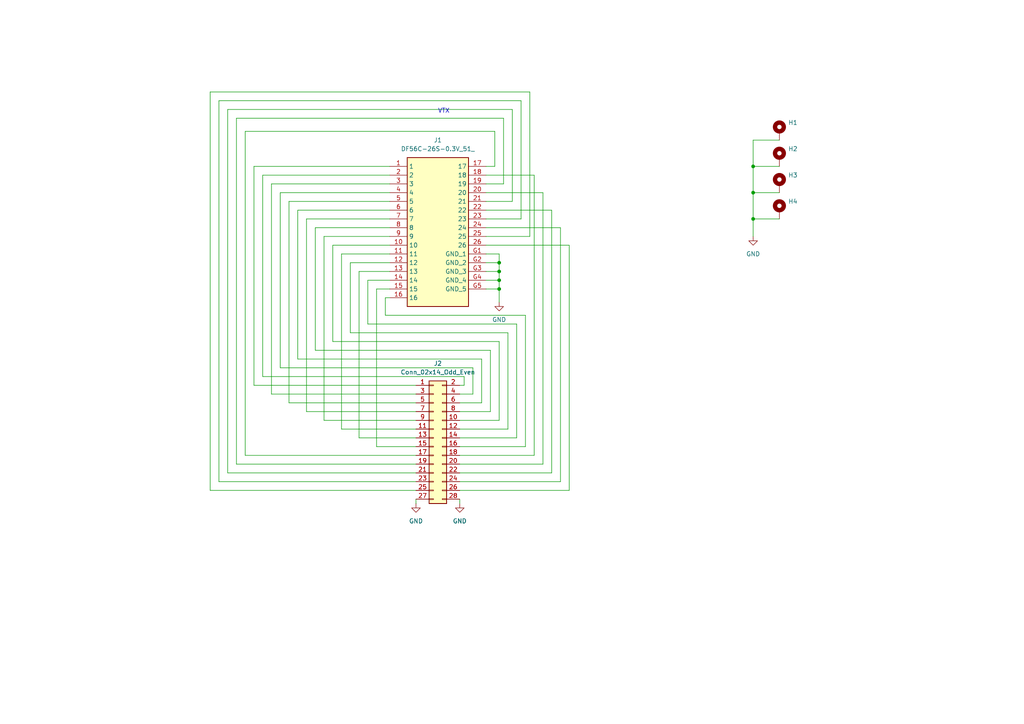
<source format=kicad_sch>
(kicad_sch (version 20230121) (generator eeschema)

  (uuid 79d8969d-db35-413a-942a-b2e023816323)

  (paper "A4")

  (lib_symbols
    (symbol "Connector_Generic:Conn_02x14_Odd_Even" (pin_names (offset 1.016) hide) (in_bom yes) (on_board yes)
      (property "Reference" "J" (at 1.27 17.78 0)
        (effects (font (size 1.27 1.27)))
      )
      (property "Value" "Conn_02x14_Odd_Even" (at 1.27 -20.32 0)
        (effects (font (size 1.27 1.27)))
      )
      (property "Footprint" "" (at 0 0 0)
        (effects (font (size 1.27 1.27)) hide)
      )
      (property "Datasheet" "~" (at 0 0 0)
        (effects (font (size 1.27 1.27)) hide)
      )
      (property "ki_keywords" "connector" (at 0 0 0)
        (effects (font (size 1.27 1.27)) hide)
      )
      (property "ki_description" "Generic connector, double row, 02x14, odd/even pin numbering scheme (row 1 odd numbers, row 2 even numbers), script generated (kicad-library-utils/schlib/autogen/connector/)" (at 0 0 0)
        (effects (font (size 1.27 1.27)) hide)
      )
      (property "ki_fp_filters" "Connector*:*_2x??_*" (at 0 0 0)
        (effects (font (size 1.27 1.27)) hide)
      )
      (symbol "Conn_02x14_Odd_Even_1_1"
        (rectangle (start -1.27 -17.653) (end 0 -17.907)
          (stroke (width 0.1524) (type default))
          (fill (type none))
        )
        (rectangle (start -1.27 -15.113) (end 0 -15.367)
          (stroke (width 0.1524) (type default))
          (fill (type none))
        )
        (rectangle (start -1.27 -12.573) (end 0 -12.827)
          (stroke (width 0.1524) (type default))
          (fill (type none))
        )
        (rectangle (start -1.27 -10.033) (end 0 -10.287)
          (stroke (width 0.1524) (type default))
          (fill (type none))
        )
        (rectangle (start -1.27 -7.493) (end 0 -7.747)
          (stroke (width 0.1524) (type default))
          (fill (type none))
        )
        (rectangle (start -1.27 -4.953) (end 0 -5.207)
          (stroke (width 0.1524) (type default))
          (fill (type none))
        )
        (rectangle (start -1.27 -2.413) (end 0 -2.667)
          (stroke (width 0.1524) (type default))
          (fill (type none))
        )
        (rectangle (start -1.27 0.127) (end 0 -0.127)
          (stroke (width 0.1524) (type default))
          (fill (type none))
        )
        (rectangle (start -1.27 2.667) (end 0 2.413)
          (stroke (width 0.1524) (type default))
          (fill (type none))
        )
        (rectangle (start -1.27 5.207) (end 0 4.953)
          (stroke (width 0.1524) (type default))
          (fill (type none))
        )
        (rectangle (start -1.27 7.747) (end 0 7.493)
          (stroke (width 0.1524) (type default))
          (fill (type none))
        )
        (rectangle (start -1.27 10.287) (end 0 10.033)
          (stroke (width 0.1524) (type default))
          (fill (type none))
        )
        (rectangle (start -1.27 12.827) (end 0 12.573)
          (stroke (width 0.1524) (type default))
          (fill (type none))
        )
        (rectangle (start -1.27 15.367) (end 0 15.113)
          (stroke (width 0.1524) (type default))
          (fill (type none))
        )
        (rectangle (start -1.27 16.51) (end 3.81 -19.05)
          (stroke (width 0.254) (type default))
          (fill (type background))
        )
        (rectangle (start 3.81 -17.653) (end 2.54 -17.907)
          (stroke (width 0.1524) (type default))
          (fill (type none))
        )
        (rectangle (start 3.81 -15.113) (end 2.54 -15.367)
          (stroke (width 0.1524) (type default))
          (fill (type none))
        )
        (rectangle (start 3.81 -12.573) (end 2.54 -12.827)
          (stroke (width 0.1524) (type default))
          (fill (type none))
        )
        (rectangle (start 3.81 -10.033) (end 2.54 -10.287)
          (stroke (width 0.1524) (type default))
          (fill (type none))
        )
        (rectangle (start 3.81 -7.493) (end 2.54 -7.747)
          (stroke (width 0.1524) (type default))
          (fill (type none))
        )
        (rectangle (start 3.81 -4.953) (end 2.54 -5.207)
          (stroke (width 0.1524) (type default))
          (fill (type none))
        )
        (rectangle (start 3.81 -2.413) (end 2.54 -2.667)
          (stroke (width 0.1524) (type default))
          (fill (type none))
        )
        (rectangle (start 3.81 0.127) (end 2.54 -0.127)
          (stroke (width 0.1524) (type default))
          (fill (type none))
        )
        (rectangle (start 3.81 2.667) (end 2.54 2.413)
          (stroke (width 0.1524) (type default))
          (fill (type none))
        )
        (rectangle (start 3.81 5.207) (end 2.54 4.953)
          (stroke (width 0.1524) (type default))
          (fill (type none))
        )
        (rectangle (start 3.81 7.747) (end 2.54 7.493)
          (stroke (width 0.1524) (type default))
          (fill (type none))
        )
        (rectangle (start 3.81 10.287) (end 2.54 10.033)
          (stroke (width 0.1524) (type default))
          (fill (type none))
        )
        (rectangle (start 3.81 12.827) (end 2.54 12.573)
          (stroke (width 0.1524) (type default))
          (fill (type none))
        )
        (rectangle (start 3.81 15.367) (end 2.54 15.113)
          (stroke (width 0.1524) (type default))
          (fill (type none))
        )
        (pin passive line (at -5.08 15.24 0) (length 3.81)
          (name "Pin_1" (effects (font (size 1.27 1.27))))
          (number "1" (effects (font (size 1.27 1.27))))
        )
        (pin passive line (at 7.62 5.08 180) (length 3.81)
          (name "Pin_10" (effects (font (size 1.27 1.27))))
          (number "10" (effects (font (size 1.27 1.27))))
        )
        (pin passive line (at -5.08 2.54 0) (length 3.81)
          (name "Pin_11" (effects (font (size 1.27 1.27))))
          (number "11" (effects (font (size 1.27 1.27))))
        )
        (pin passive line (at 7.62 2.54 180) (length 3.81)
          (name "Pin_12" (effects (font (size 1.27 1.27))))
          (number "12" (effects (font (size 1.27 1.27))))
        )
        (pin passive line (at -5.08 0 0) (length 3.81)
          (name "Pin_13" (effects (font (size 1.27 1.27))))
          (number "13" (effects (font (size 1.27 1.27))))
        )
        (pin passive line (at 7.62 0 180) (length 3.81)
          (name "Pin_14" (effects (font (size 1.27 1.27))))
          (number "14" (effects (font (size 1.27 1.27))))
        )
        (pin passive line (at -5.08 -2.54 0) (length 3.81)
          (name "Pin_15" (effects (font (size 1.27 1.27))))
          (number "15" (effects (font (size 1.27 1.27))))
        )
        (pin passive line (at 7.62 -2.54 180) (length 3.81)
          (name "Pin_16" (effects (font (size 1.27 1.27))))
          (number "16" (effects (font (size 1.27 1.27))))
        )
        (pin passive line (at -5.08 -5.08 0) (length 3.81)
          (name "Pin_17" (effects (font (size 1.27 1.27))))
          (number "17" (effects (font (size 1.27 1.27))))
        )
        (pin passive line (at 7.62 -5.08 180) (length 3.81)
          (name "Pin_18" (effects (font (size 1.27 1.27))))
          (number "18" (effects (font (size 1.27 1.27))))
        )
        (pin passive line (at -5.08 -7.62 0) (length 3.81)
          (name "Pin_19" (effects (font (size 1.27 1.27))))
          (number "19" (effects (font (size 1.27 1.27))))
        )
        (pin passive line (at 7.62 15.24 180) (length 3.81)
          (name "Pin_2" (effects (font (size 1.27 1.27))))
          (number "2" (effects (font (size 1.27 1.27))))
        )
        (pin passive line (at 7.62 -7.62 180) (length 3.81)
          (name "Pin_20" (effects (font (size 1.27 1.27))))
          (number "20" (effects (font (size 1.27 1.27))))
        )
        (pin passive line (at -5.08 -10.16 0) (length 3.81)
          (name "Pin_21" (effects (font (size 1.27 1.27))))
          (number "21" (effects (font (size 1.27 1.27))))
        )
        (pin passive line (at 7.62 -10.16 180) (length 3.81)
          (name "Pin_22" (effects (font (size 1.27 1.27))))
          (number "22" (effects (font (size 1.27 1.27))))
        )
        (pin passive line (at -5.08 -12.7 0) (length 3.81)
          (name "Pin_23" (effects (font (size 1.27 1.27))))
          (number "23" (effects (font (size 1.27 1.27))))
        )
        (pin passive line (at 7.62 -12.7 180) (length 3.81)
          (name "Pin_24" (effects (font (size 1.27 1.27))))
          (number "24" (effects (font (size 1.27 1.27))))
        )
        (pin passive line (at -5.08 -15.24 0) (length 3.81)
          (name "Pin_25" (effects (font (size 1.27 1.27))))
          (number "25" (effects (font (size 1.27 1.27))))
        )
        (pin passive line (at 7.62 -15.24 180) (length 3.81)
          (name "Pin_26" (effects (font (size 1.27 1.27))))
          (number "26" (effects (font (size 1.27 1.27))))
        )
        (pin passive line (at -5.08 -17.78 0) (length 3.81)
          (name "Pin_27" (effects (font (size 1.27 1.27))))
          (number "27" (effects (font (size 1.27 1.27))))
        )
        (pin passive line (at 7.62 -17.78 180) (length 3.81)
          (name "Pin_28" (effects (font (size 1.27 1.27))))
          (number "28" (effects (font (size 1.27 1.27))))
        )
        (pin passive line (at -5.08 12.7 0) (length 3.81)
          (name "Pin_3" (effects (font (size 1.27 1.27))))
          (number "3" (effects (font (size 1.27 1.27))))
        )
        (pin passive line (at 7.62 12.7 180) (length 3.81)
          (name "Pin_4" (effects (font (size 1.27 1.27))))
          (number "4" (effects (font (size 1.27 1.27))))
        )
        (pin passive line (at -5.08 10.16 0) (length 3.81)
          (name "Pin_5" (effects (font (size 1.27 1.27))))
          (number "5" (effects (font (size 1.27 1.27))))
        )
        (pin passive line (at 7.62 10.16 180) (length 3.81)
          (name "Pin_6" (effects (font (size 1.27 1.27))))
          (number "6" (effects (font (size 1.27 1.27))))
        )
        (pin passive line (at -5.08 7.62 0) (length 3.81)
          (name "Pin_7" (effects (font (size 1.27 1.27))))
          (number "7" (effects (font (size 1.27 1.27))))
        )
        (pin passive line (at 7.62 7.62 180) (length 3.81)
          (name "Pin_8" (effects (font (size 1.27 1.27))))
          (number "8" (effects (font (size 1.27 1.27))))
        )
        (pin passive line (at -5.08 5.08 0) (length 3.81)
          (name "Pin_9" (effects (font (size 1.27 1.27))))
          (number "9" (effects (font (size 1.27 1.27))))
        )
      )
    )
    (symbol "DF56C-26S-0_3V_51_:DF56C-26S-0.3V_51_" (in_bom yes) (on_board yes)
      (property "Reference" "J" (at 24.13 7.62 0)
        (effects (font (size 1.27 1.27)) (justify left top))
      )
      (property "Value" "DF56C-26S-0.3V_51_" (at 24.13 5.08 0)
        (effects (font (size 1.27 1.27)) (justify left top))
      )
      (property "Footprint" "DF56C26S03V51" (at 24.13 -94.92 0)
        (effects (font (size 1.27 1.27)) (justify left top) hide)
      )
      (property "Datasheet" "https://www.hirose.com/product/download/?distributor=digikey&type=2d&lang=en&num=DF56C-26S-0.3V(51)" (at 24.13 -194.92 0)
        (effects (font (size 1.27 1.27)) (justify left top) hide)
      )
      (property "Height" "1.55" (at 24.13 -394.92 0)
        (effects (font (size 1.27 1.27)) (justify left top) hide)
      )
      (property "Mouser Part Number" "798-DF56C-26S-0.3V51" (at 24.13 -494.92 0)
        (effects (font (size 1.27 1.27)) (justify left top) hide)
      )
      (property "Mouser Price/Stock" "https://www.mouser.co.uk/ProductDetail/Hirose-Connector/DF56C-26S-0.3V51?qs=Gufeu08L%2Fl3QSAbzBrso4w%3D%3D" (at 24.13 -594.92 0)
        (effects (font (size 1.27 1.27)) (justify left top) hide)
      )
      (property "Manufacturer_Name" "Hirose" (at 24.13 -694.92 0)
        (effects (font (size 1.27 1.27)) (justify left top) hide)
      )
      (property "Manufacturer_Part_Number" "DF56C-26S-0.3V(51)" (at 24.13 -794.92 0)
        (effects (font (size 1.27 1.27)) (justify left top) hide)
      )
      (property "ki_description" "Headers & Wire Housings 0.3MM 26POS AU SMD CONN RCPT" (at 0 0 0)
        (effects (font (size 1.27 1.27)) hide)
      )
      (symbol "DF56C-26S-0.3V_51__1_1"
        (rectangle (start 5.08 2.54) (end 22.86 -40.64)
          (stroke (width 0.254) (type default))
          (fill (type background))
        )
        (pin passive line (at 0 0 0) (length 5.08)
          (name "1" (effects (font (size 1.27 1.27))))
          (number "1" (effects (font (size 1.27 1.27))))
        )
        (pin passive line (at 0 -22.86 0) (length 5.08)
          (name "10" (effects (font (size 1.27 1.27))))
          (number "10" (effects (font (size 1.27 1.27))))
        )
        (pin passive line (at 0 -25.4 0) (length 5.08)
          (name "11" (effects (font (size 1.27 1.27))))
          (number "11" (effects (font (size 1.27 1.27))))
        )
        (pin passive line (at 0 -27.94 0) (length 5.08)
          (name "12" (effects (font (size 1.27 1.27))))
          (number "12" (effects (font (size 1.27 1.27))))
        )
        (pin passive line (at 0 -30.48 0) (length 5.08)
          (name "13" (effects (font (size 1.27 1.27))))
          (number "13" (effects (font (size 1.27 1.27))))
        )
        (pin passive line (at 0 -33.02 0) (length 5.08)
          (name "14" (effects (font (size 1.27 1.27))))
          (number "14" (effects (font (size 1.27 1.27))))
        )
        (pin passive line (at 0 -35.56 0) (length 5.08)
          (name "15" (effects (font (size 1.27 1.27))))
          (number "15" (effects (font (size 1.27 1.27))))
        )
        (pin passive line (at 0 -38.1 0) (length 5.08)
          (name "16" (effects (font (size 1.27 1.27))))
          (number "16" (effects (font (size 1.27 1.27))))
        )
        (pin passive line (at 27.94 0 180) (length 5.08)
          (name "17" (effects (font (size 1.27 1.27))))
          (number "17" (effects (font (size 1.27 1.27))))
        )
        (pin passive line (at 27.94 -2.54 180) (length 5.08)
          (name "18" (effects (font (size 1.27 1.27))))
          (number "18" (effects (font (size 1.27 1.27))))
        )
        (pin passive line (at 27.94 -5.08 180) (length 5.08)
          (name "19" (effects (font (size 1.27 1.27))))
          (number "19" (effects (font (size 1.27 1.27))))
        )
        (pin passive line (at 0 -2.54 0) (length 5.08)
          (name "2" (effects (font (size 1.27 1.27))))
          (number "2" (effects (font (size 1.27 1.27))))
        )
        (pin passive line (at 27.94 -7.62 180) (length 5.08)
          (name "20" (effects (font (size 1.27 1.27))))
          (number "20" (effects (font (size 1.27 1.27))))
        )
        (pin passive line (at 27.94 -10.16 180) (length 5.08)
          (name "21" (effects (font (size 1.27 1.27))))
          (number "21" (effects (font (size 1.27 1.27))))
        )
        (pin passive line (at 27.94 -12.7 180) (length 5.08)
          (name "22" (effects (font (size 1.27 1.27))))
          (number "22" (effects (font (size 1.27 1.27))))
        )
        (pin passive line (at 27.94 -15.24 180) (length 5.08)
          (name "23" (effects (font (size 1.27 1.27))))
          (number "23" (effects (font (size 1.27 1.27))))
        )
        (pin passive line (at 27.94 -17.78 180) (length 5.08)
          (name "24" (effects (font (size 1.27 1.27))))
          (number "24" (effects (font (size 1.27 1.27))))
        )
        (pin passive line (at 27.94 -20.32 180) (length 5.08)
          (name "25" (effects (font (size 1.27 1.27))))
          (number "25" (effects (font (size 1.27 1.27))))
        )
        (pin passive line (at 27.94 -22.86 180) (length 5.08)
          (name "26" (effects (font (size 1.27 1.27))))
          (number "26" (effects (font (size 1.27 1.27))))
        )
        (pin passive line (at 0 -5.08 0) (length 5.08)
          (name "3" (effects (font (size 1.27 1.27))))
          (number "3" (effects (font (size 1.27 1.27))))
        )
        (pin passive line (at 0 -7.62 0) (length 5.08)
          (name "4" (effects (font (size 1.27 1.27))))
          (number "4" (effects (font (size 1.27 1.27))))
        )
        (pin passive line (at 0 -10.16 0) (length 5.08)
          (name "5" (effects (font (size 1.27 1.27))))
          (number "5" (effects (font (size 1.27 1.27))))
        )
        (pin passive line (at 0 -12.7 0) (length 5.08)
          (name "6" (effects (font (size 1.27 1.27))))
          (number "6" (effects (font (size 1.27 1.27))))
        )
        (pin passive line (at 0 -15.24 0) (length 5.08)
          (name "7" (effects (font (size 1.27 1.27))))
          (number "7" (effects (font (size 1.27 1.27))))
        )
        (pin passive line (at 0 -17.78 0) (length 5.08)
          (name "8" (effects (font (size 1.27 1.27))))
          (number "8" (effects (font (size 1.27 1.27))))
        )
        (pin passive line (at 0 -20.32 0) (length 5.08)
          (name "9" (effects (font (size 1.27 1.27))))
          (number "9" (effects (font (size 1.27 1.27))))
        )
        (pin passive line (at 27.94 -25.4 180) (length 5.08)
          (name "GND_1" (effects (font (size 1.27 1.27))))
          (number "G1" (effects (font (size 1.27 1.27))))
        )
        (pin passive line (at 27.94 -27.94 180) (length 5.08)
          (name "GND_2" (effects (font (size 1.27 1.27))))
          (number "G2" (effects (font (size 1.27 1.27))))
        )
        (pin passive line (at 27.94 -30.48 180) (length 5.08)
          (name "GND_3" (effects (font (size 1.27 1.27))))
          (number "G3" (effects (font (size 1.27 1.27))))
        )
        (pin passive line (at 27.94 -33.02 180) (length 5.08)
          (name "GND_4" (effects (font (size 1.27 1.27))))
          (number "G4" (effects (font (size 1.27 1.27))))
        )
        (pin passive line (at 27.94 -35.56 180) (length 5.08)
          (name "GND_5" (effects (font (size 1.27 1.27))))
          (number "G5" (effects (font (size 1.27 1.27))))
        )
      )
    )
    (symbol "Mechanical:MountingHole_Pad" (pin_numbers hide) (pin_names (offset 1.016) hide) (in_bom yes) (on_board yes)
      (property "Reference" "H" (at 0 6.35 0)
        (effects (font (size 1.27 1.27)))
      )
      (property "Value" "MountingHole_Pad" (at 0 4.445 0)
        (effects (font (size 1.27 1.27)))
      )
      (property "Footprint" "" (at 0 0 0)
        (effects (font (size 1.27 1.27)) hide)
      )
      (property "Datasheet" "~" (at 0 0 0)
        (effects (font (size 1.27 1.27)) hide)
      )
      (property "ki_keywords" "mounting hole" (at 0 0 0)
        (effects (font (size 1.27 1.27)) hide)
      )
      (property "ki_description" "Mounting Hole with connection" (at 0 0 0)
        (effects (font (size 1.27 1.27)) hide)
      )
      (property "ki_fp_filters" "MountingHole*Pad*" (at 0 0 0)
        (effects (font (size 1.27 1.27)) hide)
      )
      (symbol "MountingHole_Pad_0_1"
        (circle (center 0 1.27) (radius 1.27)
          (stroke (width 1.27) (type default))
          (fill (type none))
        )
      )
      (symbol "MountingHole_Pad_1_1"
        (pin input line (at 0 -2.54 90) (length 2.54)
          (name "1" (effects (font (size 1.27 1.27))))
          (number "1" (effects (font (size 1.27 1.27))))
        )
      )
    )
    (symbol "power:GND" (power) (pin_names (offset 0)) (in_bom yes) (on_board yes)
      (property "Reference" "#PWR" (at 0 -6.35 0)
        (effects (font (size 1.27 1.27)) hide)
      )
      (property "Value" "GND" (at 0 -3.81 0)
        (effects (font (size 1.27 1.27)))
      )
      (property "Footprint" "" (at 0 0 0)
        (effects (font (size 1.27 1.27)) hide)
      )
      (property "Datasheet" "" (at 0 0 0)
        (effects (font (size 1.27 1.27)) hide)
      )
      (property "ki_keywords" "global power" (at 0 0 0)
        (effects (font (size 1.27 1.27)) hide)
      )
      (property "ki_description" "Power symbol creates a global label with name \"GND\" , ground" (at 0 0 0)
        (effects (font (size 1.27 1.27)) hide)
      )
      (symbol "GND_0_1"
        (polyline
          (pts
            (xy 0 0)
            (xy 0 -1.27)
            (xy 1.27 -1.27)
            (xy 0 -2.54)
            (xy -1.27 -1.27)
            (xy 0 -1.27)
          )
          (stroke (width 0) (type default))
          (fill (type none))
        )
      )
      (symbol "GND_1_1"
        (pin power_in line (at 0 0 270) (length 0) hide
          (name "GND" (effects (font (size 1.27 1.27))))
          (number "1" (effects (font (size 1.27 1.27))))
        )
      )
    )
  )

  (junction (at 218.44 63.5) (diameter 0) (color 0 0 0 0)
    (uuid 0ee737b9-9d8a-494f-9989-79e4595c71aa)
  )
  (junction (at 218.44 48.26) (diameter 0) (color 0 0 0 0)
    (uuid 3bd8b67b-9289-4b78-8c82-6b46f07db40d)
  )
  (junction (at 144.78 81.28) (diameter 0) (color 0 0 0 0)
    (uuid 52b14573-f9e6-433e-97e7-fc3eef5056c6)
  )
  (junction (at 144.78 78.74) (diameter 0) (color 0 0 0 0)
    (uuid 5d24345d-2fe0-49bf-aaf1-e34d373402ce)
  )
  (junction (at 144.78 76.2) (diameter 0) (color 0 0 0 0)
    (uuid 7e02a784-081b-4553-9856-850fbd910128)
  )
  (junction (at 218.44 55.88) (diameter 0) (color 0 0 0 0)
    (uuid b6d289bb-96c6-4913-8229-aa0de51a2a62)
  )
  (junction (at 144.78 83.82) (diameter 0) (color 0 0 0 0)
    (uuid ccadfed9-c37c-41fa-95d7-dcaeeae75779)
  )

  (wire (pts (xy 68.58 34.29) (xy 68.58 134.62))
    (stroke (width 0) (type default))
    (uuid 00672457-6fe6-49a5-b1c2-d28511f6754d)
  )
  (wire (pts (xy 154.94 132.08) (xy 133.35 132.08))
    (stroke (width 0) (type default))
    (uuid 0075502b-0e2d-46ec-a444-e114275a4f75)
  )
  (wire (pts (xy 140.97 76.2) (xy 144.78 76.2))
    (stroke (width 0) (type default))
    (uuid 0456bc2d-17ee-4938-bb85-f3ec350c9348)
  )
  (wire (pts (xy 139.7 116.84) (xy 133.35 116.84))
    (stroke (width 0) (type default))
    (uuid 04d5c934-dd40-41ab-9edc-3f21806e2476)
  )
  (wire (pts (xy 157.48 55.88) (xy 157.48 134.62))
    (stroke (width 0) (type default))
    (uuid 082707b2-6fb0-483d-8a69-7e7a1cd5ae8f)
  )
  (wire (pts (xy 140.97 53.34) (xy 146.05 53.34))
    (stroke (width 0) (type default))
    (uuid 0b68df15-32c6-405e-a1ec-46c60ae89160)
  )
  (wire (pts (xy 113.03 68.58) (xy 93.98 68.58))
    (stroke (width 0) (type default))
    (uuid 0bf4c91b-b5f9-46d3-a38b-461d6e498846)
  )
  (wire (pts (xy 113.03 83.82) (xy 109.22 83.82))
    (stroke (width 0) (type default))
    (uuid 0cb7fb62-e582-4c5c-b475-818da12c4ca7)
  )
  (wire (pts (xy 113.03 50.8) (xy 76.2 50.8))
    (stroke (width 0) (type default))
    (uuid 0ff3ab3d-9e2e-44fe-92e5-bc76f900d3d8)
  )
  (wire (pts (xy 66.04 31.75) (xy 66.04 137.16))
    (stroke (width 0) (type default))
    (uuid 13f717ff-4666-40a9-b903-ccc8fc40051e)
  )
  (wire (pts (xy 113.03 86.36) (xy 111.76 86.36))
    (stroke (width 0) (type default))
    (uuid 14014f9d-e6e8-4925-8829-e4a208249046)
  )
  (wire (pts (xy 226.06 63.5) (xy 218.44 63.5))
    (stroke (width 0) (type default))
    (uuid 157bb2b7-801b-40e4-9436-19b9f7d74ecf)
  )
  (wire (pts (xy 63.5 139.7) (xy 120.65 139.7))
    (stroke (width 0) (type default))
    (uuid 16db1671-42ea-4341-985c-60a66a0f1b90)
  )
  (wire (pts (xy 157.48 134.62) (xy 133.35 134.62))
    (stroke (width 0) (type default))
    (uuid 1799c4b4-150c-4537-9c9e-7a5f724c4e82)
  )
  (wire (pts (xy 91.44 101.6) (xy 142.24 101.6))
    (stroke (width 0) (type default))
    (uuid 18d1a375-895b-4b49-8c67-7a678e898daf)
  )
  (wire (pts (xy 109.22 129.54) (xy 120.65 129.54))
    (stroke (width 0) (type default))
    (uuid 1a2dd63f-3d40-4809-b579-82ebd64c95d7)
  )
  (wire (pts (xy 86.36 60.96) (xy 86.36 104.14))
    (stroke (width 0) (type default))
    (uuid 2284267c-9df6-4aea-8a42-9fdea5d56a27)
  )
  (wire (pts (xy 140.97 60.96) (xy 160.02 60.96))
    (stroke (width 0) (type default))
    (uuid 24f6cc6b-1f88-480d-ba5a-ed316ee79e2f)
  )
  (wire (pts (xy 91.44 66.04) (xy 91.44 101.6))
    (stroke (width 0) (type default))
    (uuid 26a3316d-7450-4137-9402-faa17b1cbf95)
  )
  (wire (pts (xy 148.59 31.75) (xy 66.04 31.75))
    (stroke (width 0) (type default))
    (uuid 27e32aea-b7e3-4c93-9a8b-924346ae52fe)
  )
  (wire (pts (xy 113.03 60.96) (xy 86.36 60.96))
    (stroke (width 0) (type default))
    (uuid 2c11ad37-af88-4f2b-8628-e0321a7fe1c5)
  )
  (wire (pts (xy 111.76 86.36) (xy 111.76 91.44))
    (stroke (width 0) (type default))
    (uuid 2d99b9c8-34e7-4b57-ba87-2605274e638a)
  )
  (wire (pts (xy 88.9 63.5) (xy 88.9 119.38))
    (stroke (width 0) (type default))
    (uuid 2da1b70a-874d-47b9-9680-50d4c2437828)
  )
  (wire (pts (xy 140.97 63.5) (xy 151.13 63.5))
    (stroke (width 0) (type default))
    (uuid 2e2f4344-d416-4c4f-a41f-898f9e1190ff)
  )
  (wire (pts (xy 152.4 91.44) (xy 152.4 129.54))
    (stroke (width 0) (type default))
    (uuid 325b20a1-a0a1-484a-ace0-2cb6b2d84251)
  )
  (wire (pts (xy 81.28 55.88) (xy 81.28 106.68))
    (stroke (width 0) (type default))
    (uuid 3304bca9-6850-489b-ba42-945a5bda8b55)
  )
  (wire (pts (xy 133.35 142.24) (xy 165.1 142.24))
    (stroke (width 0) (type default))
    (uuid 37417a75-0ba4-4281-9d0a-a5af3de4373e)
  )
  (wire (pts (xy 101.6 96.52) (xy 147.32 96.52))
    (stroke (width 0) (type default))
    (uuid 37ab2d7d-f5d9-4d7e-af92-f8fe0b383f4a)
  )
  (wire (pts (xy 142.24 119.38) (xy 133.35 119.38))
    (stroke (width 0) (type default))
    (uuid 3939c9ce-7aed-4223-b9dd-27a60495148f)
  )
  (wire (pts (xy 133.35 139.7) (xy 162.56 139.7))
    (stroke (width 0) (type default))
    (uuid 39d83d59-4325-4d17-b50c-368591e88b95)
  )
  (wire (pts (xy 111.76 91.44) (xy 152.4 91.44))
    (stroke (width 0) (type default))
    (uuid 3dd2fe17-17ba-43ad-9afc-117fac8b2aa2)
  )
  (wire (pts (xy 151.13 29.21) (xy 63.5 29.21))
    (stroke (width 0) (type default))
    (uuid 4401eadc-161a-424e-832f-e63789ed7fa7)
  )
  (wire (pts (xy 146.05 53.34) (xy 146.05 34.29))
    (stroke (width 0) (type default))
    (uuid 448394ea-d50c-4d49-87e2-80ef5f3f8189)
  )
  (wire (pts (xy 99.06 73.66) (xy 99.06 124.46))
    (stroke (width 0) (type default))
    (uuid 45acd617-0d40-4881-8388-ab57d64af8e9)
  )
  (wire (pts (xy 113.03 76.2) (xy 101.6 76.2))
    (stroke (width 0) (type default))
    (uuid 4870cda6-cd08-4805-9a68-679cd1ba6de3)
  )
  (wire (pts (xy 165.1 71.12) (xy 140.97 71.12))
    (stroke (width 0) (type default))
    (uuid 4a5fb868-edf5-408e-a9be-646e12ec211f)
  )
  (wire (pts (xy 113.03 78.74) (xy 104.14 78.74))
    (stroke (width 0) (type default))
    (uuid 533f9290-b708-4322-910c-c9735fa75601)
  )
  (wire (pts (xy 144.78 78.74) (xy 144.78 81.28))
    (stroke (width 0) (type default))
    (uuid 5381352e-68fc-488c-a6df-85bfadf18c5f)
  )
  (wire (pts (xy 113.03 81.28) (xy 106.68 81.28))
    (stroke (width 0) (type default))
    (uuid 54ed404c-90fd-4f0c-ae99-7982a84e3e69)
  )
  (wire (pts (xy 78.74 114.3) (xy 120.65 114.3))
    (stroke (width 0) (type default))
    (uuid 55192772-14d2-4c31-bc09-a88db4933b11)
  )
  (wire (pts (xy 146.05 34.29) (xy 68.58 34.29))
    (stroke (width 0) (type default))
    (uuid 568e310a-f249-43eb-9165-2eeda0e0b1be)
  )
  (wire (pts (xy 142.24 101.6) (xy 142.24 119.38))
    (stroke (width 0) (type default))
    (uuid 5f133e48-04bd-4efb-8c0c-4fac67ec8bb4)
  )
  (wire (pts (xy 152.4 129.54) (xy 133.35 129.54))
    (stroke (width 0) (type default))
    (uuid 648583bd-51d8-418e-93d8-1d5d23d7c923)
  )
  (wire (pts (xy 137.16 114.3) (xy 133.35 114.3))
    (stroke (width 0) (type default))
    (uuid 6ec47d92-667a-4b9d-b327-c6c93196c146)
  )
  (wire (pts (xy 140.97 58.42) (xy 148.59 58.42))
    (stroke (width 0) (type default))
    (uuid 6f9987dd-3f97-4c23-a2ee-88ce8223d1e9)
  )
  (wire (pts (xy 73.66 111.76) (xy 120.65 111.76))
    (stroke (width 0) (type default))
    (uuid 6fffc553-6c46-462b-b7b2-fed153f237b5)
  )
  (wire (pts (xy 113.03 71.12) (xy 96.52 71.12))
    (stroke (width 0) (type default))
    (uuid 71227ade-0133-4bd4-a12b-967604384b86)
  )
  (wire (pts (xy 93.98 68.58) (xy 93.98 121.92))
    (stroke (width 0) (type default))
    (uuid 72b0f132-6699-4c93-bd65-c46b34eadfd4)
  )
  (wire (pts (xy 63.5 29.21) (xy 63.5 139.7))
    (stroke (width 0) (type default))
    (uuid 748eed75-8a39-4c4c-a589-f87bbbbbe752)
  )
  (wire (pts (xy 144.78 121.92) (xy 133.35 121.92))
    (stroke (width 0) (type default))
    (uuid 7613bc3a-4d3a-4be8-9fea-08c5ad5c4ee3)
  )
  (wire (pts (xy 113.03 58.42) (xy 83.82 58.42))
    (stroke (width 0) (type default))
    (uuid 77e27a23-be4f-459b-b25f-516f31e4db62)
  )
  (wire (pts (xy 226.06 40.64) (xy 218.44 40.64))
    (stroke (width 0) (type default))
    (uuid 7a14b905-b601-4fb4-8e0f-3f7f2cedd609)
  )
  (wire (pts (xy 140.97 55.88) (xy 157.48 55.88))
    (stroke (width 0) (type default))
    (uuid 7d31222c-d8b1-4597-97aa-0ebdfffb4656)
  )
  (wire (pts (xy 147.32 124.46) (xy 133.35 124.46))
    (stroke (width 0) (type default))
    (uuid 7eff9a07-1c27-42ae-bc10-9d8edb9087a7)
  )
  (wire (pts (xy 83.82 58.42) (xy 83.82 116.84))
    (stroke (width 0) (type default))
    (uuid 80c266ab-8df6-4bfd-9411-94e02ebe7eef)
  )
  (wire (pts (xy 96.52 99.06) (xy 144.78 99.06))
    (stroke (width 0) (type default))
    (uuid 87eb058d-5085-43a0-a8e3-842037cb1031)
  )
  (wire (pts (xy 71.12 38.1) (xy 71.12 132.08))
    (stroke (width 0) (type default))
    (uuid 8c552a84-9ad2-4426-be01-99dfcd1fc060)
  )
  (wire (pts (xy 88.9 119.38) (xy 120.65 119.38))
    (stroke (width 0) (type default))
    (uuid 905bac2e-a238-4293-af2a-2d9397b05fe2)
  )
  (wire (pts (xy 86.36 104.14) (xy 139.7 104.14))
    (stroke (width 0) (type default))
    (uuid 928e3681-9452-4794-b3b2-d7aa16fc5d30)
  )
  (wire (pts (xy 96.52 71.12) (xy 96.52 99.06))
    (stroke (width 0) (type default))
    (uuid 959d804c-56f3-4a70-8726-abe14e0c777d)
  )
  (wire (pts (xy 101.6 76.2) (xy 101.6 96.52))
    (stroke (width 0) (type default))
    (uuid 984cad74-ee14-4626-a39e-8f1137eeb271)
  )
  (wire (pts (xy 78.74 53.34) (xy 78.74 114.3))
    (stroke (width 0) (type default))
    (uuid 985c87e8-f6e8-4943-b906-004426842c54)
  )
  (wire (pts (xy 113.03 66.04) (xy 91.44 66.04))
    (stroke (width 0) (type default))
    (uuid 98e3978c-0ebc-4fe7-a63a-3e40a822854f)
  )
  (wire (pts (xy 160.02 137.16) (xy 133.35 137.16))
    (stroke (width 0) (type default))
    (uuid 9cead5b4-80c6-4dcc-ad32-3ac89277ff5c)
  )
  (wire (pts (xy 71.12 132.08) (xy 120.65 132.08))
    (stroke (width 0) (type default))
    (uuid 9d824d7b-1733-4b8d-9126-c4ad965c3dfc)
  )
  (wire (pts (xy 99.06 124.46) (xy 120.65 124.46))
    (stroke (width 0) (type default))
    (uuid 9ea92570-278b-48de-b19a-1e3f3a2a3db8)
  )
  (wire (pts (xy 106.68 93.98) (xy 149.86 93.98))
    (stroke (width 0) (type default))
    (uuid 9ec42a76-9d24-40bb-a362-0fbd1cf0cc19)
  )
  (wire (pts (xy 113.03 48.26) (xy 73.66 48.26))
    (stroke (width 0) (type default))
    (uuid 9f2018da-bcd2-41a6-a04c-ba998bc5c2f6)
  )
  (wire (pts (xy 104.14 78.74) (xy 104.14 127))
    (stroke (width 0) (type default))
    (uuid a19a7c39-a8c5-4415-a4c7-d644dfa9e913)
  )
  (wire (pts (xy 148.59 58.42) (xy 148.59 31.75))
    (stroke (width 0) (type default))
    (uuid a46637c3-7fd7-411d-b025-962ecdabffa5)
  )
  (wire (pts (xy 120.65 146.05) (xy 120.65 144.78))
    (stroke (width 0) (type default))
    (uuid aa75647e-961d-41b4-b995-a71a39ffe3b4)
  )
  (wire (pts (xy 149.86 127) (xy 133.35 127))
    (stroke (width 0) (type default))
    (uuid ab2a3a3f-cf5f-4b90-b298-13320ef3d0f1)
  )
  (wire (pts (xy 153.67 26.67) (xy 60.96 26.67))
    (stroke (width 0) (type default))
    (uuid ab94e6c3-42cd-4507-ac6e-d575b3b8e027)
  )
  (wire (pts (xy 218.44 55.88) (xy 218.44 48.26))
    (stroke (width 0) (type default))
    (uuid acb60860-fc19-4091-99c9-8f2f4e4baf03)
  )
  (wire (pts (xy 140.97 68.58) (xy 153.67 68.58))
    (stroke (width 0) (type default))
    (uuid ada1021b-2366-443e-84ab-bda022231fbf)
  )
  (wire (pts (xy 144.78 73.66) (xy 144.78 76.2))
    (stroke (width 0) (type default))
    (uuid aea52f04-b301-49e8-918c-15a56730ab56)
  )
  (wire (pts (xy 113.03 53.34) (xy 78.74 53.34))
    (stroke (width 0) (type default))
    (uuid af4fa407-6ca2-41f8-ab22-22f37cd95a66)
  )
  (wire (pts (xy 160.02 60.96) (xy 160.02 137.16))
    (stroke (width 0) (type default))
    (uuid afeccad9-b54c-43d1-99d3-16cecd3b8040)
  )
  (wire (pts (xy 218.44 48.26) (xy 226.06 48.26))
    (stroke (width 0) (type default))
    (uuid b077a65c-a9c4-42a1-aa8f-888d0325e8bc)
  )
  (wire (pts (xy 60.96 26.67) (xy 60.96 142.24))
    (stroke (width 0) (type default))
    (uuid b1a4d9c1-e382-475b-b94d-4d8eb9319d57)
  )
  (wire (pts (xy 154.94 50.8) (xy 154.94 132.08))
    (stroke (width 0) (type default))
    (uuid b245906a-8ab2-4a83-8d39-f670d3ee0059)
  )
  (wire (pts (xy 109.22 83.82) (xy 109.22 129.54))
    (stroke (width 0) (type default))
    (uuid b3dfb39d-6346-460f-a42b-9bc26c22cbf5)
  )
  (wire (pts (xy 144.78 87.63) (xy 144.78 83.82))
    (stroke (width 0) (type default))
    (uuid b4ab4b21-9e9e-4616-91e0-aacd7fd1013e)
  )
  (wire (pts (xy 93.98 121.92) (xy 120.65 121.92))
    (stroke (width 0) (type default))
    (uuid b5043e24-91ef-4991-9b29-fd77521dc4de)
  )
  (wire (pts (xy 144.78 76.2) (xy 144.78 78.74))
    (stroke (width 0) (type default))
    (uuid b62cc48e-cf4a-4832-9ece-ef498b776de9)
  )
  (wire (pts (xy 113.03 63.5) (xy 88.9 63.5))
    (stroke (width 0) (type default))
    (uuid b72ecd76-c0bd-42a2-ad9a-096d9810917a)
  )
  (wire (pts (xy 113.03 55.88) (xy 81.28 55.88))
    (stroke (width 0) (type default))
    (uuid ba929cc4-90d6-4f9b-a9e8-d98f5f9bc05a)
  )
  (wire (pts (xy 134.62 111.76) (xy 133.35 111.76))
    (stroke (width 0) (type default))
    (uuid bc5da3f4-40e9-4292-991c-b844320b80af)
  )
  (wire (pts (xy 162.56 139.7) (xy 162.56 66.04))
    (stroke (width 0) (type default))
    (uuid bd1ff609-1693-4201-80b1-51123757c708)
  )
  (wire (pts (xy 139.7 104.14) (xy 139.7 116.84))
    (stroke (width 0) (type default))
    (uuid bd4d15e4-02bb-47b2-81eb-4b38648fa8d9)
  )
  (wire (pts (xy 143.51 38.1) (xy 71.12 38.1))
    (stroke (width 0) (type default))
    (uuid bffcba83-265d-419b-b10d-4f36cd3b6c32)
  )
  (wire (pts (xy 76.2 109.22) (xy 134.62 109.22))
    (stroke (width 0) (type default))
    (uuid c18c1c86-b68c-47db-a1f0-6f6d4a3628ef)
  )
  (wire (pts (xy 140.97 81.28) (xy 144.78 81.28))
    (stroke (width 0) (type default))
    (uuid c1b7b2ed-9a93-49f5-a645-930dd1c187fd)
  )
  (wire (pts (xy 60.96 142.24) (xy 120.65 142.24))
    (stroke (width 0) (type default))
    (uuid c29c07ce-7e98-4b0e-8509-0539cb3059ae)
  )
  (wire (pts (xy 83.82 116.84) (xy 120.65 116.84))
    (stroke (width 0) (type default))
    (uuid c39ebb84-835b-4121-858e-0f47ccf9039e)
  )
  (wire (pts (xy 104.14 127) (xy 120.65 127))
    (stroke (width 0) (type default))
    (uuid c4732d2e-b6d3-4e7f-b9b8-072ccb74977b)
  )
  (wire (pts (xy 218.44 63.5) (xy 218.44 55.88))
    (stroke (width 0) (type default))
    (uuid c69c83f1-933f-42d3-ba21-e419c042f043)
  )
  (wire (pts (xy 134.62 109.22) (xy 134.62 111.76))
    (stroke (width 0) (type default))
    (uuid c8ab9de0-ce9f-4b93-98ff-6c6a7e3d9a29)
  )
  (wire (pts (xy 113.03 73.66) (xy 99.06 73.66))
    (stroke (width 0) (type default))
    (uuid c918d4c2-599e-4068-8ae3-b803c36c07d8)
  )
  (wire (pts (xy 81.28 106.68) (xy 137.16 106.68))
    (stroke (width 0) (type default))
    (uuid cc1f0209-314a-4b91-991c-46162b1628da)
  )
  (wire (pts (xy 144.78 81.28) (xy 144.78 83.82))
    (stroke (width 0) (type default))
    (uuid cd767a75-75bb-493c-819e-b6c21e453dd7)
  )
  (wire (pts (xy 144.78 99.06) (xy 144.78 121.92))
    (stroke (width 0) (type default))
    (uuid cfc14ddb-72db-49b1-a47c-e24c5b8a3657)
  )
  (wire (pts (xy 68.58 134.62) (xy 120.65 134.62))
    (stroke (width 0) (type default))
    (uuid d0ed34b8-38b7-4fd9-aaf4-e97f5c202d19)
  )
  (wire (pts (xy 73.66 48.26) (xy 73.66 111.76))
    (stroke (width 0) (type default))
    (uuid d4e0c862-80ce-4c26-bde4-46f84ec08aa5)
  )
  (wire (pts (xy 165.1 142.24) (xy 165.1 71.12))
    (stroke (width 0) (type default))
    (uuid da9a8338-07c5-44ef-8297-36552be718ba)
  )
  (wire (pts (xy 76.2 50.8) (xy 76.2 109.22))
    (stroke (width 0) (type default))
    (uuid dcb1ff0e-d7d5-4d1d-9ecb-ea8b30eee604)
  )
  (wire (pts (xy 153.67 68.58) (xy 153.67 26.67))
    (stroke (width 0) (type default))
    (uuid dd4f28f2-328d-4735-94b5-b207a65651c9)
  )
  (wire (pts (xy 140.97 73.66) (xy 144.78 73.66))
    (stroke (width 0) (type default))
    (uuid e0f82706-c70c-4ea0-8844-40ef5fd3d864)
  )
  (wire (pts (xy 133.35 146.05) (xy 133.35 144.78))
    (stroke (width 0) (type default))
    (uuid e1206405-e883-4cd7-b68a-373651bd3b6d)
  )
  (wire (pts (xy 226.06 55.88) (xy 218.44 55.88))
    (stroke (width 0) (type default))
    (uuid e4ed9b3e-79a1-4ed9-90a1-3d7bc0bbfd0c)
  )
  (wire (pts (xy 218.44 40.64) (xy 218.44 48.26))
    (stroke (width 0) (type default))
    (uuid e5f8dc20-00a3-410c-a95d-8cf004f92a81)
  )
  (wire (pts (xy 66.04 137.16) (xy 120.65 137.16))
    (stroke (width 0) (type default))
    (uuid e60c83e9-1984-456f-ba13-87bfd9dc5922)
  )
  (wire (pts (xy 140.97 48.26) (xy 143.51 48.26))
    (stroke (width 0) (type default))
    (uuid eb0154b5-f1b1-4efa-a3b4-ae5c6deeb490)
  )
  (wire (pts (xy 149.86 93.98) (xy 149.86 127))
    (stroke (width 0) (type default))
    (uuid ec3e0380-c679-4ed5-a14c-273cbcc3c476)
  )
  (wire (pts (xy 143.51 48.26) (xy 143.51 38.1))
    (stroke (width 0) (type default))
    (uuid ec422df5-fed5-4886-9ee2-2f5304f205d1)
  )
  (wire (pts (xy 162.56 66.04) (xy 140.97 66.04))
    (stroke (width 0) (type default))
    (uuid f043ff2a-15f0-4129-b0b5-85461033aff2)
  )
  (wire (pts (xy 147.32 96.52) (xy 147.32 124.46))
    (stroke (width 0) (type default))
    (uuid f1ac08d5-0192-4526-8473-ad6e632775ea)
  )
  (wire (pts (xy 140.97 50.8) (xy 154.94 50.8))
    (stroke (width 0) (type default))
    (uuid f264d58e-9e42-48ed-bd1d-297b9c86c2ab)
  )
  (wire (pts (xy 140.97 78.74) (xy 144.78 78.74))
    (stroke (width 0) (type default))
    (uuid f44c0959-fee2-4c71-bf5e-f3ccf48dcf0e)
  )
  (wire (pts (xy 137.16 106.68) (xy 137.16 114.3))
    (stroke (width 0) (type default))
    (uuid fa17f319-c60f-455e-adbd-998440387dc6)
  )
  (wire (pts (xy 151.13 63.5) (xy 151.13 29.21))
    (stroke (width 0) (type default))
    (uuid fb4e5750-5c70-4164-855f-5b411932ac52)
  )
  (wire (pts (xy 144.78 83.82) (xy 140.97 83.82))
    (stroke (width 0) (type default))
    (uuid fbf304e4-5080-43e4-89bd-a915d52549a0)
  )
  (wire (pts (xy 218.44 68.58) (xy 218.44 63.5))
    (stroke (width 0) (type default))
    (uuid fcc3640a-249d-4030-badf-f8dc808af829)
  )
  (wire (pts (xy 106.68 81.28) (xy 106.68 93.98))
    (stroke (width 0) (type default))
    (uuid fda61a92-7b17-416b-8ae7-d7ca9650e467)
  )

  (text "VTX" (at 127 33.02 0)
    (effects (font (size 1.27 1.27)) (justify left bottom))
    (uuid 77a1eae5-2ee2-4d9b-ba05-02497ca18bed)
  )

  (symbol (lib_id "power:GND") (at 133.35 146.05 0) (unit 1)
    (in_bom yes) (on_board yes) (dnp no) (fields_autoplaced)
    (uuid 1c605f73-178f-4dd3-9d92-128487c4e53f)
    (property "Reference" "#PWR04" (at 133.35 152.4 0)
      (effects (font (size 1.27 1.27)) hide)
    )
    (property "Value" "GND" (at 133.35 151.13 0)
      (effects (font (size 1.27 1.27)))
    )
    (property "Footprint" "" (at 133.35 146.05 0)
      (effects (font (size 1.27 1.27)) hide)
    )
    (property "Datasheet" "" (at 133.35 146.05 0)
      (effects (font (size 1.27 1.27)) hide)
    )
    (pin "1" (uuid 1602efb7-3175-4b8b-a8ff-8d8de39833ac))
    (instances
      (project "fpv-hdmi"
        (path "/79d8969d-db35-413a-942a-b2e023816323"
          (reference "#PWR04") (unit 1)
        )
      )
    )
  )

  (symbol (lib_id "Mechanical:MountingHole_Pad") (at 226.06 53.34 0) (unit 1)
    (in_bom yes) (on_board yes) (dnp no) (fields_autoplaced)
    (uuid 3ed3f55a-a7e7-4c50-a92e-2c3936754c6e)
    (property "Reference" "H3" (at 228.6 50.8 0)
      (effects (font (size 1.27 1.27)) (justify left))
    )
    (property "Value" "MountingHole_Pad" (at 228.6 53.34 0)
      (effects (font (size 1.27 1.27)) (justify left) hide)
    )
    (property "Footprint" "MountingHole:MountingHole_2.2mm_M2_Pad_Via" (at 226.06 53.34 0)
      (effects (font (size 1.27 1.27)) hide)
    )
    (property "Datasheet" "~" (at 226.06 53.34 0)
      (effects (font (size 1.27 1.27)) hide)
    )
    (pin "1" (uuid b5e4a13d-3281-4809-8d2d-0efce7b8e588))
    (instances
      (project "fpv-hdmi"
        (path "/79d8969d-db35-413a-942a-b2e023816323"
          (reference "H3") (unit 1)
        )
      )
    )
  )

  (symbol (lib_id "Connector_Generic:Conn_02x14_Odd_Even") (at 125.73 127 0) (unit 1)
    (in_bom yes) (on_board yes) (dnp no) (fields_autoplaced)
    (uuid 69e03897-f78a-4079-b076-7fcb57a434ea)
    (property "Reference" "J2" (at 127 105.41 0)
      (effects (font (size 1.27 1.27)))
    )
    (property "Value" "Conn_02x14_Odd_Even" (at 127 107.95 0)
      (effects (font (size 1.27 1.27)))
    )
    (property "Footprint" "Connector_PinHeader_2.54mm:PinHeader_2x14_P2.54mm_Vertical" (at 125.73 127 0)
      (effects (font (size 1.27 1.27)) hide)
    )
    (property "Datasheet" "~" (at 125.73 127 0)
      (effects (font (size 1.27 1.27)) hide)
    )
    (pin "19" (uuid 8c986a28-5544-4f58-87ef-b27fe89bd637))
    (pin "14" (uuid 3bfa7842-efb2-4fa0-8d96-24f84b36b6ce))
    (pin "25" (uuid 57572c6a-43cf-4a67-8377-de055b78ac64))
    (pin "16" (uuid 768abd4c-aa90-4f55-967e-8ebe8ee49d62))
    (pin "15" (uuid e623bd46-6342-439a-b79d-7f517cd6ff96))
    (pin "22" (uuid 9e426573-1f4c-4db0-a759-5f7436e26096))
    (pin "26" (uuid 047c11a0-37a0-48d7-9848-7434afa142a1))
    (pin "6" (uuid e7daa47b-a536-4fa6-ad21-8fb5e0ba30ff))
    (pin "21" (uuid af528226-ac8b-401c-b145-87de8122178a))
    (pin "24" (uuid 4eaf1162-464a-4fb6-81cb-4980967b9dc9))
    (pin "3" (uuid ae8ba269-6f18-4f40-9d22-a4e457b47e5d))
    (pin "13" (uuid fef10d6b-99bc-44c2-bce3-93e892f56828))
    (pin "9" (uuid f5824e98-a034-4250-8cb9-09dde8992406))
    (pin "4" (uuid 78fb187f-cf00-4736-aa9e-59aa4bd43237))
    (pin "1" (uuid cc204049-cab4-4cab-86e0-d5f6acd9084e))
    (pin "28" (uuid 1a0c5653-5920-498f-a75e-4adbdb3e791c))
    (pin "12" (uuid 6fad6cee-74a8-4cf0-b0b5-c0ec67355395))
    (pin "20" (uuid a0878036-a81f-4437-b577-f6ecf7c92534))
    (pin "5" (uuid e2754687-5d4d-479a-8381-6c3f83efca78))
    (pin "8" (uuid 6f05b0b8-2c34-4ed7-8482-31d93ee584b8))
    (pin "18" (uuid 5a5a8bed-b17a-4059-b499-4d8522fb6973))
    (pin "27" (uuid 93ad77c2-f935-403f-b633-19fb43847cee))
    (pin "23" (uuid d0714afc-fe01-412e-a659-25a8b71bd13a))
    (pin "7" (uuid fb926f84-b996-4de4-bdba-990b35849e08))
    (pin "17" (uuid 0074f78d-1592-4a49-9455-c439d432dce5))
    (pin "10" (uuid fc7567d9-a24a-4755-9daa-9cb65edf63c0))
    (pin "2" (uuid f9e97508-5ee1-4e75-a40b-a4e6a14d3e5e))
    (pin "11" (uuid b61fc6ad-7a47-494e-a5b8-94535a711499))
    (instances
      (project "fpv-hdmi"
        (path "/79d8969d-db35-413a-942a-b2e023816323"
          (reference "J2") (unit 1)
        )
      )
    )
  )

  (symbol (lib_id "power:GND") (at 144.78 87.63 0) (unit 1)
    (in_bom yes) (on_board yes) (dnp no) (fields_autoplaced)
    (uuid 7c6a9639-f105-4919-a901-4de07d6eb57b)
    (property "Reference" "#PWR02" (at 144.78 93.98 0)
      (effects (font (size 1.27 1.27)) hide)
    )
    (property "Value" "GND" (at 144.78 92.71 0)
      (effects (font (size 1.27 1.27)))
    )
    (property "Footprint" "" (at 144.78 87.63 0)
      (effects (font (size 1.27 1.27)) hide)
    )
    (property "Datasheet" "" (at 144.78 87.63 0)
      (effects (font (size 1.27 1.27)) hide)
    )
    (pin "1" (uuid 678e83d5-b0ff-4ba1-b960-252fa77258b8))
    (instances
      (project "fpv-hdmi"
        (path "/79d8969d-db35-413a-942a-b2e023816323"
          (reference "#PWR02") (unit 1)
        )
      )
    )
  )

  (symbol (lib_id "Mechanical:MountingHole_Pad") (at 226.06 60.96 0) (unit 1)
    (in_bom yes) (on_board yes) (dnp no) (fields_autoplaced)
    (uuid 86132ff8-d6a3-4ac2-9c8c-e5b6cd73e35f)
    (property "Reference" "H4" (at 228.6 58.42 0)
      (effects (font (size 1.27 1.27)) (justify left))
    )
    (property "Value" "MountingHole_Pad" (at 228.6 60.96 0)
      (effects (font (size 1.27 1.27)) (justify left) hide)
    )
    (property "Footprint" "MountingHole:MountingHole_2.2mm_M2_Pad_Via" (at 226.06 60.96 0)
      (effects (font (size 1.27 1.27)) hide)
    )
    (property "Datasheet" "~" (at 226.06 60.96 0)
      (effects (font (size 1.27 1.27)) hide)
    )
    (pin "1" (uuid 7e06c70a-628e-4611-bb38-874d6898fd76))
    (instances
      (project "fpv-hdmi"
        (path "/79d8969d-db35-413a-942a-b2e023816323"
          (reference "H4") (unit 1)
        )
      )
    )
  )

  (symbol (lib_id "Mechanical:MountingHole_Pad") (at 226.06 38.1 0) (unit 1)
    (in_bom yes) (on_board yes) (dnp no) (fields_autoplaced)
    (uuid a2133f6d-691b-4d3d-8ce7-67419aaeebf4)
    (property "Reference" "H1" (at 228.6 35.56 0)
      (effects (font (size 1.27 1.27)) (justify left))
    )
    (property "Value" "MountingHole_Pad" (at 228.6 38.1 0)
      (effects (font (size 1.27 1.27)) (justify left) hide)
    )
    (property "Footprint" "MountingHole:MountingHole_2.2mm_M2_Pad_Via" (at 226.06 38.1 0)
      (effects (font (size 1.27 1.27)) hide)
    )
    (property "Datasheet" "~" (at 226.06 38.1 0)
      (effects (font (size 1.27 1.27)) hide)
    )
    (pin "1" (uuid 1eebec06-59a1-452a-84c7-68c75011a76d))
    (instances
      (project "fpv-hdmi"
        (path "/79d8969d-db35-413a-942a-b2e023816323"
          (reference "H1") (unit 1)
        )
      )
    )
  )

  (symbol (lib_id "power:GND") (at 218.44 68.58 0) (unit 1)
    (in_bom yes) (on_board yes) (dnp no) (fields_autoplaced)
    (uuid bbcb6cfb-2084-42be-9d88-2a2af27d82d7)
    (property "Reference" "#PWR01" (at 218.44 74.93 0)
      (effects (font (size 1.27 1.27)) hide)
    )
    (property "Value" "GND" (at 218.44 73.66 0)
      (effects (font (size 1.27 1.27)))
    )
    (property "Footprint" "" (at 218.44 68.58 0)
      (effects (font (size 1.27 1.27)) hide)
    )
    (property "Datasheet" "" (at 218.44 68.58 0)
      (effects (font (size 1.27 1.27)) hide)
    )
    (pin "1" (uuid 1f171e77-5956-4352-9422-f26ec093276f))
    (instances
      (project "fpv-hdmi"
        (path "/79d8969d-db35-413a-942a-b2e023816323"
          (reference "#PWR01") (unit 1)
        )
      )
    )
  )

  (symbol (lib_id "Mechanical:MountingHole_Pad") (at 226.06 45.72 0) (unit 1)
    (in_bom yes) (on_board yes) (dnp no) (fields_autoplaced)
    (uuid c27eb40f-b630-4e17-bd74-2a00937032b7)
    (property "Reference" "H2" (at 228.6 43.18 0)
      (effects (font (size 1.27 1.27)) (justify left))
    )
    (property "Value" "MountingHole_Pad" (at 228.6 45.72 0)
      (effects (font (size 1.27 1.27)) (justify left) hide)
    )
    (property "Footprint" "MountingHole:MountingHole_2.2mm_M2_Pad_Via" (at 226.06 45.72 0)
      (effects (font (size 1.27 1.27)) hide)
    )
    (property "Datasheet" "~" (at 226.06 45.72 0)
      (effects (font (size 1.27 1.27)) hide)
    )
    (pin "1" (uuid d820b8bb-f135-46c3-9901-93f1bb0dd679))
    (instances
      (project "fpv-hdmi"
        (path "/79d8969d-db35-413a-942a-b2e023816323"
          (reference "H2") (unit 1)
        )
      )
    )
  )

  (symbol (lib_id "DF56C-26S-0_3V_51_:DF56C-26S-0.3V_51_") (at 113.03 48.26 0) (unit 1)
    (in_bom yes) (on_board yes) (dnp no) (fields_autoplaced)
    (uuid ee26fb59-5b4f-4659-a261-b34a41dc6a53)
    (property "Reference" "J1" (at 127 40.64 0)
      (effects (font (size 1.27 1.27)))
    )
    (property "Value" "DF56C-26S-0.3V_51_" (at 127 43.18 0)
      (effects (font (size 1.27 1.27)))
    )
    (property "Footprint" "DF56C-26S:DF56C26S03V51" (at 137.16 143.18 0)
      (effects (font (size 1.27 1.27)) (justify left top) hide)
    )
    (property "Datasheet" "https://www.hirose.com/product/download/?distributor=digikey&type=2d&lang=en&num=DF56C-26S-0.3V(51)" (at 137.16 243.18 0)
      (effects (font (size 1.27 1.27)) (justify left top) hide)
    )
    (property "Height" "1.55" (at 137.16 443.18 0)
      (effects (font (size 1.27 1.27)) (justify left top) hide)
    )
    (property "Mouser Part Number" "798-DF56C-26S-0.3V51" (at 137.16 543.18 0)
      (effects (font (size 1.27 1.27)) (justify left top) hide)
    )
    (property "Mouser Price/Stock" "https://www.mouser.co.uk/ProductDetail/Hirose-Connector/DF56C-26S-0.3V51?qs=Gufeu08L%2Fl3QSAbzBrso4w%3D%3D" (at 137.16 643.18 0)
      (effects (font (size 1.27 1.27)) (justify left top) hide)
    )
    (property "Manufacturer_Name" "Hirose" (at 137.16 743.18 0)
      (effects (font (size 1.27 1.27)) (justify left top) hide)
    )
    (property "Manufacturer_Part_Number" "DF56C-26S-0.3V(51)" (at 137.16 843.18 0)
      (effects (font (size 1.27 1.27)) (justify left top) hide)
    )
    (pin "6" (uuid 47e66552-5a59-4d0e-a9ea-5176e9aaf69f))
    (pin "4" (uuid 90c862df-f8cf-478b-a04c-a865bce5c2d5))
    (pin "15" (uuid d76f471c-7a97-44a4-806d-5238d349db0b))
    (pin "G1" (uuid 73e2c757-dd95-4c3c-bd7a-08558e9b360d))
    (pin "G2" (uuid a8e10fff-babd-4182-ad88-513d13058afb))
    (pin "G4" (uuid 7b828b41-42d2-495b-966e-a738d54c70f2))
    (pin "20" (uuid 1982b4c3-10f3-441f-80f0-0c350143b701))
    (pin "18" (uuid b585d0a9-2bb5-4abe-ac5e-38664267c93c))
    (pin "22" (uuid 82a311fd-6e40-41f2-bcd1-4668ba8aff68))
    (pin "8" (uuid fd28950e-f48e-40b9-bb79-66b52abeb09e))
    (pin "16" (uuid 6f297e28-488c-4fc2-bc43-3f98493eba91))
    (pin "14" (uuid eede6482-1f3f-4cad-9f50-061a166ec0c6))
    (pin "9" (uuid a1690f5f-fdda-4a86-97e4-1f3714edd2ed))
    (pin "25" (uuid 40c41d7f-6e47-48d3-878f-13a553f31938))
    (pin "24" (uuid 5dac1495-b95c-410f-9a51-95de5f1d9ef9))
    (pin "5" (uuid 09cc0a33-ac9f-4949-ab69-548fd52d4b7c))
    (pin "1" (uuid 8ba99b81-02d2-44e7-b216-714bb1774bc3))
    (pin "12" (uuid 7af81b27-dc5b-4318-aad1-94409d855a93))
    (pin "G3" (uuid 362b7ab0-8bfe-46a0-b774-87685af0b7be))
    (pin "13" (uuid 6098fe93-c279-4cda-beaa-745064d3fa55))
    (pin "2" (uuid bca870d1-820c-47a9-8fa6-33f443271fa1))
    (pin "26" (uuid 79144a51-08b5-4766-9da8-61991259ef06))
    (pin "G5" (uuid 09cecffc-75c7-4b9f-bd65-fbede386ad4a))
    (pin "19" (uuid 87096121-d0e1-466a-98c3-fa1a5a990ef0))
    (pin "11" (uuid ca56ebd3-a25a-430d-ad95-ea95917a50a3))
    (pin "17" (uuid a6ea6bc1-24fa-4544-a26b-2063b3ea8dd8))
    (pin "3" (uuid 8f5d63fc-2488-4ff1-af04-57ad54fa1e47))
    (pin "21" (uuid 7bed3631-5b82-4dc2-bc7c-77a8bdd54da4))
    (pin "23" (uuid 0210fffe-1c0e-4a5a-9133-2c531c5ca791))
    (pin "10" (uuid fb622567-c8d0-4e6c-9f76-3324d3b8e42c))
    (pin "7" (uuid 4d995c44-c380-432e-855b-c20c151948fa))
    (instances
      (project "fpv-hdmi"
        (path "/79d8969d-db35-413a-942a-b2e023816323"
          (reference "J1") (unit 1)
        )
      )
    )
  )

  (symbol (lib_id "power:GND") (at 120.65 146.05 0) (unit 1)
    (in_bom yes) (on_board yes) (dnp no) (fields_autoplaced)
    (uuid ef982765-a320-40d1-92d1-5273bd940969)
    (property "Reference" "#PWR03" (at 120.65 152.4 0)
      (effects (font (size 1.27 1.27)) hide)
    )
    (property "Value" "GND" (at 120.65 151.13 0)
      (effects (font (size 1.27 1.27)))
    )
    (property "Footprint" "" (at 120.65 146.05 0)
      (effects (font (size 1.27 1.27)) hide)
    )
    (property "Datasheet" "" (at 120.65 146.05 0)
      (effects (font (size 1.27 1.27)) hide)
    )
    (pin "1" (uuid d4e8c0a0-85a1-4ae1-b4bd-23733257ba6c))
    (instances
      (project "fpv-hdmi"
        (path "/79d8969d-db35-413a-942a-b2e023816323"
          (reference "#PWR03") (unit 1)
        )
      )
    )
  )

  (sheet_instances
    (path "/" (page "1"))
  )
)

</source>
